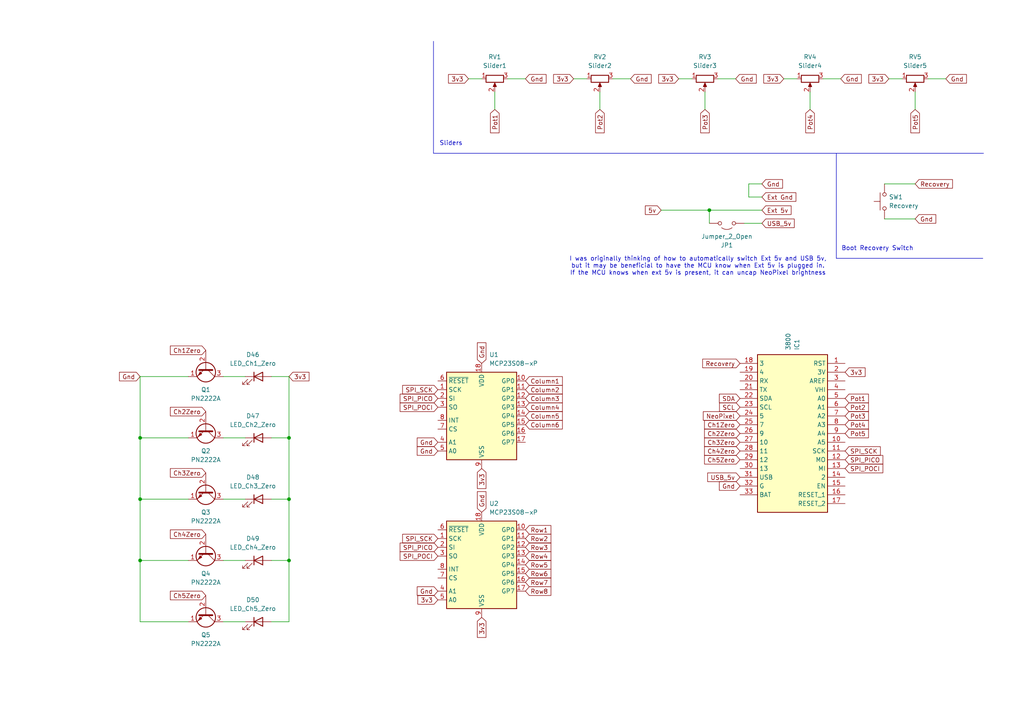
<source format=kicad_sch>
(kicad_sch (version 20231120) (generator "eeschema") (generator_version "8.0")
  (paper "A4")
  (lib_symbols
    (symbol "ControlMixer:MCP23S08-xP"
      (property "Reference" "U" (at -8.89 13.97 0))
      (property "Value" "MCP23S08-xP" (at 8.89 13.97 0))
      (symbol "MCP23S08-xP_0_1"
        (rectangle (start -10.16 12.7) (end 10.16 -12.7) (stroke (width 0.254)) (fill (type background)))
      )
      (symbol "MCP23S08-xP_1_1"
        (pin input line (at -12.7 7.62 0) (length 2.54) (name "SCK") (number "1"))
        (pin bidirectional line (at 12.7 10.16 180) (length 2.54) (name "GP0") (number "10"))
        (pin bidirectional line (at 12.7 7.62 180) (length 2.54) (name "GP1") (number "11"))
        (pin bidirectional line (at 12.7 5.08 180) (length 2.54) (name "GP2") (number "12"))
        (pin bidirectional line (at 12.7 2.54 180) (length 2.54) (name "GP3") (number "13"))
        (pin bidirectional line (at 12.7 0 180) (length 2.54) (name "GP4") (number "14"))
        (pin bidirectional line (at 12.7 -2.54 180) (length 2.54) (name "GP5") (number "15"))
        (pin bidirectional line (at 12.7 -5.08 180) (length 2.54) (name "GP6") (number "16"))
        (pin bidirectional line (at 12.7 -7.62 180) (length 2.54) (name "GP7") (number "17"))
        (pin power_in line (at 0 15.24 270) (length 2.54) (name "VDD") (number "18"))
        (pin input line (at -12.7 5.08 0) (length 2.54) (name "SI") (number "2"))
        (pin output line (at -12.7 2.54 0) (length 2.54) (name "SO") (number "3"))
        (pin input line (at -12.7 -7.62 0) (length 2.54) (name "A1") (number "4"))
        (pin input line (at -12.7 -10.16 0) (length 2.54) (name "A0") (number "5"))
        (pin input line (at -12.7 10.16 0) (length 2.54) (name "~{RESET}") (number "6"))
        (pin input line (at -12.7 -3.81 0) (length 2.54) (name "CS") (number "7"))
        (pin output line (at -12.7 -1.27 0) (length 2.54) (name "INT") (number "8"))
        (pin power_in line (at 0 -15.24 90) (length 2.54) (name "VSS") (number "9"))
      )
    )
    (symbol "Device:LED" (pin_numbers hide) (pin_names (offset 1.016) hide)
      (property "Reference" "D" (at 0 2.54 0))
      (property "Value" "LED" (at 0 -2.54 0))
      (symbol "LED_0_1"
        (polyline (pts (xy -1.27 -1.27) (xy -1.27 1.27)) (stroke (width 0.254)))
        (polyline (pts (xy -1.27 0) (xy 1.27 0)))
        (polyline (pts (xy 1.27 -1.27) (xy 1.27 1.27) (xy -1.27 0) (xy 1.27 -1.27)) (stroke (width 0.254)))
        (polyline (pts (xy -3.048 -0.762) (xy -4.572 -2.286) (xy -3.81 -2.286) (xy -4.572 -2.286) (xy -4.572 -1.524)))
        (polyline (pts (xy -1.778 -0.762) (xy -3.302 -2.286) (xy -2.54 -2.286) (xy -3.302 -2.286) (xy -3.302 -1.524)))
      )
      (symbol "LED_1_1"
        (pin passive line (at -3.81 0 0) (length 2.54) (name "K") (number "1"))
        (pin passive line (at 3.81 0 180) (length 2.54) (name "A") (number "2"))
      )
    )
    (symbol "Device:R_Potentiometer" (pin_names (offset 1.016) hide)
      (property "Reference" "RV" (at -4.445 0 90))
      (property "Value" "R_Potentiometer" (at -2.54 0 90))
      (symbol "R_Potentiometer_0_1"
        (polyline (pts (xy 2.54 0) (xy 1.524 0)))
        (polyline (pts (xy 1.143 0) (xy 2.286 0.508) (xy 2.286 -0.508) (xy 1.143 0)) (fill (type outline)))
        (rectangle (start 1.016 2.54) (end -1.016 -2.54) (stroke (width 0.254)))
      )
      (symbol "R_Potentiometer_1_1"
        (pin passive line (at 0 3.81 270) (length 1.27) (name "1") (number "1"))
        (pin passive line (at 3.81 0 180) (length 1.27) (name "2") (number "2"))
        (pin passive line (at 0 -3.81 90) (length 1.27) (name "3") (number "3"))
      )
    )
    (symbol "Jumper:Jumper_2_Open" (pin_numbers hide) (pin_names (offset 0) hide) (exclude_from_sim yes)
      (property "Reference" "JP" (at 0 2.794 0))
      (property "Value" "Jumper_2_Open" (at 0 -2.286 0))
      (symbol "Jumper_2_Open_0_0"
        (circle (center -2.032 0) (radius 0.508))
        (circle (center 2.032 0) (radius 0.508))
      )
      (symbol "Jumper_2_Open_0_1"
        (arc (start 1.524 1.27) (mid 0 1.778) (end -1.524 1.27))
      )
      (symbol "Jumper_2_Open_1_1"
        (pin passive line (at -5.08 0 0) (length 2.54) (name "A") (number "1"))
        (pin passive line (at 5.08 0 180) (length 2.54) (name "B") (number "2"))
      )
    )
    (symbol "SamacSys_Parts:3800"
      (property "Reference" "IC" (at 26.67 7.62 0))
      (property "Value" "3800" (at 26.67 5.08 0))
      (symbol "3800_1_1"
        (rectangle (start 5.08 2.54) (end 25.4 -43.18) (stroke (width 0.254)) (fill (type background)))
        (pin passive line (at 0 0 0) (length 5.08) (name "RST") (number "1"))
        (pin passive line (at 0 -22.86 0) (length 5.08) (name "A5") (number "10"))
        (pin passive line (at 0 -25.4 0) (length 5.08) (name "SCK") (number "11"))
        (pin passive line (at 0 -27.94 0) (length 5.08) (name "MO") (number "12"))
        (pin passive line (at 0 -30.48 0) (length 5.08) (name "MI") (number "13"))
        (pin passive line (at 0 -33.02 0) (length 5.08) (name "2") (number "14"))
        (pin passive line (at 0 -35.56 0) (length 5.08) (name "EN") (number "15"))
        (pin passive line (at 0 -38.1 0) (length 5.08) (name "RESET_1") (number "16"))
        (pin passive line (at 0 -40.64 0) (length 5.08) (name "RESET_2") (number "17"))
        (pin passive line (at 30.48 0 180) (length 5.08) (name "3") (number "18"))
        (pin passive line (at 30.48 -2.54 180) (length 5.08) (name "4") (number "19"))
        (pin passive line (at 0 -2.54 0) (length 5.08) (name "3V") (number "2"))
        (pin passive line (at 30.48 -5.08 180) (length 5.08) (name "RX") (number "20"))
        (pin passive line (at 30.48 -7.62 180) (length 5.08) (name "TX") (number "21"))
        (pin passive line (at 30.48 -10.16 180) (length 5.08) (name "SDA") (number "22"))
        (pin passive line (at 30.48 -12.7 180) (length 5.08) (name "SCL") (number "23"))
        (pin passive line (at 30.48 -15.24 180) (length 5.08) (name "5") (number "24"))
        (pin passive line (at 30.48 -17.78 180) (length 5.08) (name "7") (number "25"))
        (pin passive line (at 30.48 -20.32 180) (length 5.08) (name "9") (number "26"))
        (pin passive line (at 30.48 -22.86 180) (length 5.08) (name "10") (number "27"))
        (pin passive line (at 30.48 -25.4 180) (length 5.08) (name "11") (number "28"))
        (pin passive line (at 30.48 -27.94 180) (length 5.08) (name "12") (number "29"))
        (pin passive line (at 0 -5.08 0) (length 5.08) (name "AREF") (number "3"))
        (pin passive line (at 30.48 -30.48 180) (length 5.08) (name "13") (number "30"))
        (pin passive line (at 30.48 -33.02 180) (length 5.08) (name "USB") (number "31"))
        (pin passive line (at 30.48 -35.56 180) (length 5.08) (name "G") (number "32"))
        (pin passive line (at 30.48 -38.1 180) (length 5.08) (name "BAT") (number "33"))
        (pin passive line (at 0 -7.62 0) (length 5.08) (name "VHI") (number "4"))
        (pin passive line (at 0 -10.16 0) (length 5.08) (name "A0") (number "5"))
        (pin passive line (at 0 -12.7 0) (length 5.08) (name "A1") (number "6"))
        (pin passive line (at 0 -15.24 0) (length 5.08) (name "A2") (number "7"))
        (pin passive line (at 0 -17.78 0) (length 5.08) (name "A3") (number "8"))
        (pin passive line (at 0 -20.32 0) (length 5.08) (name "A4") (number "9"))
      )
    )
    (symbol "Switch:SW_Push" (pin_numbers hide) (pin_names (offset 1.016) hide)
      (property "Reference" "SW" (at 1.27 2.54 0))
      (property "Value" "SW_Push" (at 0 -1.524 0))
      (symbol "SW_Push_0_1"
        (circle (center -2.032 0) (radius 0.508))
        (polyline (pts (xy 0 1.27) (xy 0 3.048)))
        (polyline (pts (xy 2.54 1.27) (xy -2.54 1.27)))
        (circle (center 2.032 0) (radius 0.508))
        (pin passive line (at -5.08 0 0) (length 2.54) (name "1") (number "1"))
        (pin passive line (at 5.08 0 180) (length 2.54) (name "2") (number "2"))
      )
    )
    (symbol "Transistor_BJT:PN2222A" (pin_names (offset 0) hide)
      (property "Reference" "Q" (at 5.08 1.905 0))
      (property "Value" "PN2222A" (at 5.08 0 0))
      (symbol "PN2222A_0_1"
        (polyline (pts (xy 0 0) (xy 0.635 0)))
        (polyline (pts (xy 2.54 -2.54) (xy 0.635 -0.635)))
        (polyline (pts (xy 2.54 2.54) (xy 0.635 0.635)))
        (polyline (pts (xy 0.635 1.905) (xy 0.635 -1.905) (xy 0.635 -1.905)) (stroke (width 0.508)))
        (polyline (pts (xy 2.413 -2.413) (xy 1.905 -1.905) (xy 1.905 -1.905)))
        (polyline (pts (xy 1.143 -1.651) (xy 1.651 -1.143) (xy 2.159 -2.159) (xy 1.143 -1.651) (xy 1.143 -1.651)) (fill (type outline)))
        (circle (center 1.27 0) (radius 2.8194) (stroke (width 0.254)))
      )
      (symbol "PN2222A_1_1"
        (pin passive line (at 2.54 -5.08 90) (length 2.54) (name "E") (number "1"))
        (pin input line (at -5.08 0 0) (length 5.08) (name "B") (number "2"))
        (pin passive line (at 2.54 5.08 270) (length 2.54) (name "C") (number "3"))
      )
    )
  )
  (junction (at 83.82 162.56))
  (junction (at 83.82 144.78))
  (junction (at 40.64 144.78))
  (junction (at 83.82 127))
  (junction (at 40.64 127))
  (junction (at 205.74 60.96))
  (junction (at 40.64 162.56))
  (wire (pts (xy 135.89 22.86) (xy 139.7 22.86)))
  (wire (pts (xy 265.43 53.34) (xy 256.54 53.34)))
  (wire (pts (xy 234.95 26.67) (xy 234.95 31.75)))
  (wire (pts (xy 40.64 144.78) (xy 40.64 162.56)))
  (wire (pts (xy 205.74 60.96) (xy 205.74 64.77)))
  (wire (pts (xy 83.82 162.56) (xy 83.82 180.34)))
  (wire (pts (xy 217.17 57.15) (xy 220.98 57.15)))
  (wire (pts (xy 147.32 22.86) (xy 152.4 22.86)))
  (wire (pts (xy 40.64 162.56) (xy 54.61 162.56)))
  (wire (pts (xy 78.74 109.22) (xy 83.82 109.22)))
  (wire (pts (xy 40.64 127) (xy 54.61 127)))
  (polyline (pts (xy 285.2678 44.45) (xy 125.73 44.45)))
  (wire (pts (xy 83.82 180.34) (xy 78.74 180.34)))
  (wire (pts (xy 191.77 60.96) (xy 205.74 60.96)))
  (wire (pts (xy 83.82 127) (xy 83.82 144.78)))
  (wire (pts (xy 40.64 109.22) (xy 40.64 127)))
  (wire (pts (xy 40.64 180.34) (xy 54.61 180.34)))
  (wire (pts (xy 238.76 22.86) (xy 243.84 22.86)))
  (wire (pts (xy 64.77 144.78) (xy 71.12 144.78)))
  (polyline (pts (xy 242.57 74.93) (xy 285.0695 74.93)))
  (wire (pts (xy 205.74 60.96) (xy 220.98 60.96)))
  (wire (pts (xy 269.24 22.86) (xy 274.32 22.86)))
  (wire (pts (xy 40.64 144.78) (xy 54.61 144.78)))
  (wire (pts (xy 173.99 26.67) (xy 173.99 31.75)))
  (wire (pts (xy 208.28 22.86) (xy 213.36 22.86)))
  (wire (pts (xy 166.37 22.86) (xy 170.18 22.86)))
  (wire (pts (xy 83.82 144.78) (xy 83.82 162.56)))
  (wire (pts (xy 64.77 162.56) (xy 71.12 162.56)))
  (wire (pts (xy 143.51 26.67) (xy 143.51 31.75)))
  (wire (pts (xy 83.82 109.22) (xy 83.82 127)))
  (wire (pts (xy 217.17 53.34) (xy 217.17 57.15)))
  (wire (pts (xy 265.43 26.67) (xy 265.43 31.75)))
  (wire (pts (xy 64.77 109.22) (xy 71.12 109.22)))
  (wire (pts (xy 177.8 22.86) (xy 182.88 22.86)))
  (wire (pts (xy 64.77 127) (xy 71.12 127)))
  (wire (pts (xy 227.33 22.86) (xy 231.14 22.86)))
  (wire (pts (xy 220.98 53.34) (xy 217.17 53.34)))
  (wire (pts (xy 78.74 127) (xy 83.82 127)))
  (wire (pts (xy 78.74 162.56) (xy 83.82 162.56)))
  (wire (pts (xy 196.85 22.86) (xy 200.66 22.86)))
  (polyline (pts (xy 125.73 11.9737) (xy 125.73 44.45)))
  (wire (pts (xy 40.64 109.22) (xy 54.61 109.22)))
  (polyline (pts (xy 242.57 44.45) (xy 242.57 74.93)))
  (wire (pts (xy 257.81 22.86) (xy 261.62 22.86)))
  (wire (pts (xy 256.54 63.5) (xy 265.43 63.5)))
  (wire (pts (xy 204.47 26.67) (xy 204.47 31.75)))
  (wire (pts (xy 40.64 162.56) (xy 40.64 180.34)))
  (wire (pts (xy 78.74 144.78) (xy 83.82 144.78)))
  (wire (pts (xy 40.64 127) (xy 40.64 144.78)))
  (wire (pts (xy 215.9 64.77) (xy 220.98 64.77)))
  (wire (pts (xy 64.77 180.34) (xy 71.12 180.34)))
  (text "Sliders" (at 130.81 41.656 0) (effects (font (size 1.27 1.27))))
  (text "Boot Recovery Switch" (at 254.508 72.136 0) (effects (font (size 1.27 1.27))))
  (text "I was originally thinking of how to automatically switch Ext 5v and USB 5v,\nbut it may be beneficial to have the MCU know when Ext 5v is plugged in.\nIf the MCU knows when ext 5v is present, it can uncap NeoPixel brightness" (at 202.438 77.216 0) (effects (font (size 1.27 1.27))))
  (global_label "Gnd" (shape input) (at 243.84 22.86 0) (property "Intersheetrefs" "${INTERSHEET_REFS}" (effects (hide yes))))
  (global_label "SPI_POCI" (shape input) (at 127 118.11 180) (property "Intersheetrefs" "${INTERSHEET_REFS}" (effects (hide yes))))
  (global_label "Row5" (shape input) (at 152.4 163.83 0) (property "Intersheetrefs" "${INTERSHEET_REFS}" (effects (hide yes))))
  (global_label "Pot5" (shape input) (at 265.43 31.75 270) (property "Intersheetrefs" "${INTERSHEET_REFS}" (effects (hide yes))))
  (global_label "Column3" (shape input) (at 152.4 115.57 0) (property "Intersheetrefs" "${INTERSHEET_REFS}" (effects (hide yes))))
  (global_label "Ch2Zero" (shape input) (at 214.63 125.73 180) (property "Intersheetrefs" "${INTERSHEET_REFS}" (effects (hide yes))))
  (global_label "Pot3" (shape input) (at 245.11 120.65 0) (property "Intersheetrefs" "${INTERSHEET_REFS}" (effects (hide yes))))
  (global_label "SPI_SCK" (shape input) (at 127 113.03 180) (property "Intersheetrefs" "${INTERSHEET_REFS}" (effects (hide yes))))
  (global_label "Pot4" (shape input) (at 245.11 123.19 0) (property "Intersheetrefs" "${INTERSHEET_REFS}" (effects (hide yes))))
  (global_label "5v" (shape input) (at 191.77 60.96 180) (property "Intersheetrefs" "${INTERSHEET_REFS}" (effects (hide yes))))
  (global_label "NeoPixel" (shape input) (at 214.63 120.65 180) (property "Intersheetrefs" "${INTERSHEET_REFS}" (effects (hide yes))))
  (global_label "Ch2Zero" (shape input) (at 59.69 119.38 180) (property "Intersheetrefs" "${INTERSHEET_REFS}" (effects (hide yes))))
  (global_label "Gnd" (shape input) (at 127 130.81 180) (property "Intersheetrefs" "${INTERSHEET_REFS}" (effects (hide yes))))
  (global_label "SCL" (shape input) (at 214.63 118.11 180) (property "Intersheetrefs" "${INTERSHEET_REFS}" (effects (hide yes))))
  (global_label "Gnd" (shape input) (at 265.43 63.5 0) (property "Intersheetrefs" "${INTERSHEET_REFS}" (effects (hide yes))))
  (global_label "SPI_PICO" (shape input) (at 127 115.57 180) (property "Intersheetrefs" "${INTERSHEET_REFS}" (effects (hide yes))))
  (global_label "Row2" (shape input) (at 152.4 156.21 0) (property "Intersheetrefs" "${INTERSHEET_REFS}" (effects (hide yes))))
  (global_label "Pot3" (shape input) (at 204.47 31.75 270) (property "Intersheetrefs" "${INTERSHEET_REFS}" (effects (hide yes))))
  (global_label "3v3" (shape input) (at 227.33 22.86 180) (property "Intersheetrefs" "${INTERSHEET_REFS}" (effects (hide yes))))
  (global_label "Column4" (shape input) (at 152.4 118.11 0) (property "Intersheetrefs" "${INTERSHEET_REFS}" (effects (hide yes))))
  (global_label "Pot2" (shape input) (at 245.11 118.11 0) (property "Intersheetrefs" "${INTERSHEET_REFS}" (effects (hide yes))))
  (global_label "Gnd" (shape input) (at 139.7 105.41 90) (property "Intersheetrefs" "${INTERSHEET_REFS}" (effects (hide yes))))
  (global_label "Row8" (shape input) (at 152.4 171.45 0) (property "Intersheetrefs" "${INTERSHEET_REFS}" (effects (hide yes))))
  (global_label "Gnd" (shape input) (at 152.4 22.86 0) (property "Intersheetrefs" "${INTERSHEET_REFS}" (effects (hide yes))))
  (global_label "Column2" (shape input) (at 152.4 113.03 0) (property "Intersheetrefs" "${INTERSHEET_REFS}" (effects (hide yes))))
  (global_label "USB_5v" (shape input) (at 214.63 138.43 180) (property "Intersheetrefs" "${INTERSHEET_REFS}" (effects (hide yes))))
  (global_label "Gnd" (shape input) (at 40.64 109.22 180) (property "Intersheetrefs" "${INTERSHEET_REFS}" (effects (hide yes))))
  (global_label "Pot1" (shape input) (at 245.11 115.57 0) (property "Intersheetrefs" "${INTERSHEET_REFS}" (effects (hide yes))))
  (global_label "SPI_POCI" (shape input) (at 127 161.29 180) (property "Intersheetrefs" "${INTERSHEET_REFS}" (effects (hide yes))))
  (global_label "Row7" (shape input) (at 152.4 168.91 0) (property "Intersheetrefs" "${INTERSHEET_REFS}" (effects (hide yes))))
  (global_label "Pot5" (shape input) (at 245.11 125.73 0) (property "Intersheetrefs" "${INTERSHEET_REFS}" (effects (hide yes))))
  (global_label "Column1" (shape input) (at 152.4 110.49 0) (property "Intersheetrefs" "${INTERSHEET_REFS}" (effects (hide yes))))
  (global_label "Gnd" (shape input) (at 274.32 22.86 0) (property "Intersheetrefs" "${INTERSHEET_REFS}" (effects (hide yes))))
  (global_label "Ch1Zero" (shape input) (at 214.63 123.19 180) (property "Intersheetrefs" "${INTERSHEET_REFS}" (effects (hide yes))))
  (global_label "Gnd" (shape input) (at 220.98 53.34 0) (property "Intersheetrefs" "${INTERSHEET_REFS}" (effects (hide yes))))
  (global_label "SPI_SCK" (shape input) (at 127 156.21 180) (property "Intersheetrefs" "${INTERSHEET_REFS}" (effects (hide yes))))
  (global_label "Gnd" (shape input) (at 182.88 22.86 0) (property "Intersheetrefs" "${INTERSHEET_REFS}" (effects (hide yes))))
  (global_label "Ch3Zero" (shape input) (at 214.63 128.27 180) (property "Intersheetrefs" "${INTERSHEET_REFS}" (effects (hide yes))))
  (global_label "3v3" (shape input) (at 139.7 135.89 270) (property "Intersheetrefs" "${INTERSHEET_REFS}" (effects (hide yes))))
  (global_label "3v3" (shape input) (at 245.11 107.95 0) (property "Intersheetrefs" "${INTERSHEET_REFS}" (effects (hide yes))))
  (global_label "Ch4Zero" (shape input) (at 214.63 130.81 180) (property "Intersheetrefs" "${INTERSHEET_REFS}" (effects (hide yes))))
  (global_label "3v3" (shape input) (at 166.37 22.86 180) (property "Intersheetrefs" "${INTERSHEET_REFS}" (effects (hide yes))))
  (global_label "Recovery" (shape input) (at 214.63 105.41 180) (property "Intersheetrefs" "${INTERSHEET_REFS}" (effects (hide yes))))
  (global_label "Row1" (shape input) (at 152.4 153.67 0) (property "Intersheetrefs" "${INTERSHEET_REFS}" (effects (hide yes))))
  (global_label "Recovery" (shape input) (at 265.43 53.34 0) (property "Intersheetrefs" "${INTERSHEET_REFS}" (effects (hide yes))))
  (global_label "3v3" (shape input) (at 196.85 22.86 180) (property "Intersheetrefs" "${INTERSHEET_REFS}" (effects (hide yes))))
  (global_label "3v3" (shape input) (at 139.7 179.07 270) (property "Intersheetrefs" "${INTERSHEET_REFS}" (effects (hide yes))))
  (global_label "USB_5v" (shape input) (at 220.98 64.77 0) (property "Intersheetrefs" "${INTERSHEET_REFS}" (effects (hide yes))))
  (global_label "Column6" (shape input) (at 152.4 123.19 0) (property "Intersheetrefs" "${INTERSHEET_REFS}" (effects (hide yes))))
  (global_label "Ch4Zero" (shape input) (at 59.69 154.94 180) (property "Intersheetrefs" "${INTERSHEET_REFS}" (effects (hide yes))))
  (global_label "Gnd" (shape input) (at 139.7 148.59 90) (property "Intersheetrefs" "${INTERSHEET_REFS}" (effects (hide yes))))
  (global_label "Pot1" (shape input) (at 143.51 31.75 270) (property "Intersheetrefs" "${INTERSHEET_REFS}" (effects (hide yes))))
  (global_label "3v3" (shape input) (at 257.81 22.86 180) (property "Intersheetrefs" "${INTERSHEET_REFS}" (effects (hide yes))))
  (global_label "Gnd" (shape input) (at 213.36 22.86 0) (property "Intersheetrefs" "${INTERSHEET_REFS}" (effects (hide yes))))
  (global_label "SPI_POCI" (shape input) (at 245.11 135.89 0) (property "Intersheetrefs" "${INTERSHEET_REFS}" (effects (hide yes))))
  (global_label "Pot4" (shape input) (at 234.95 31.75 270) (property "Intersheetrefs" "${INTERSHEET_REFS}" (effects (hide yes))))
  (global_label "Gnd" (shape input) (at 127 128.27 180) (property "Intersheetrefs" "${INTERSHEET_REFS}" (effects (hide yes))))
  (global_label "Gnd" (shape input) (at 127 171.45 180) (property "Intersheetrefs" "${INTERSHEET_REFS}" (effects (hide yes))))
  (global_label "3v3" (shape input) (at 83.82 109.22 0) (property "Intersheetrefs" "${INTERSHEET_REFS}" (effects (hide yes))))
  (global_label "3v3" (shape input) (at 127 173.99 180) (property "Intersheetrefs" "${INTERSHEET_REFS}" (effects (hide yes))))
  (global_label "Row4" (shape input) (at 152.4 161.29 0) (property "Intersheetrefs" "${INTERSHEET_REFS}" (effects (hide yes))))
  (global_label "Row3" (shape input) (at 152.4 158.75 0) (property "Intersheetrefs" "${INTERSHEET_REFS}" (effects (hide yes))))
  (global_label "3v3" (shape input) (at 135.89 22.86 180) (property "Intersheetrefs" "${INTERSHEET_REFS}" (effects (hide yes))))
  (global_label "Gnd" (shape input) (at 214.63 140.97 180) (property "Intersheetrefs" "${INTERSHEET_REFS}" (effects (hide yes))))
  (global_label "Ext Gnd" (shape input) (at 220.98 57.15 0) (property "Intersheetrefs" "${INTERSHEET_REFS}" (effects (hide yes))))
  (global_label "SPI_PICO" (shape input) (at 127 158.75 180) (property "Intersheetrefs" "${INTERSHEET_REFS}" (effects (hide yes))))
  (global_label "Ch1Zero" (shape input) (at 59.69 101.6 180) (property "Intersheetrefs" "${INTERSHEET_REFS}" (effects (hide yes))))
  (global_label "Ch5Zero" (shape input) (at 59.69 172.72 180) (property "Intersheetrefs" "${INTERSHEET_REFS}" (effects (hide yes))))
  (global_label "Ch5Zero" (shape input) (at 214.63 133.35 180) (property "Intersheetrefs" "${INTERSHEET_REFS}" (effects (hide yes))))
  (global_label "SPI_SCK" (shape input) (at 245.11 130.81 0) (property "Intersheetrefs" "${INTERSHEET_REFS}" (effects (hide yes))))
  (global_label "Ext 5v" (shape input) (at 220.98 60.96 0) (property "Intersheetrefs" "${INTERSHEET_REFS}" (effects (hide yes))))
  (global_label "SDA" (shape input) (at 214.63 115.57 180) (property "Intersheetrefs" "${INTERSHEET_REFS}" (effects (hide yes))))
  (global_label "Column5" (shape input) (at 152.4 120.65 0) (property "Intersheetrefs" "${INTERSHEET_REFS}" (effects (hide yes))))
  (global_label "Pot2" (shape input) (at 173.99 31.75 270) (property "Intersheetrefs" "${INTERSHEET_REFS}" (effects (hide yes))))
  (global_label "Ch3Zero" (shape input) (at 59.69 137.16 180) (property "Intersheetrefs" "${INTERSHEET_REFS}" (effects (hide yes))))
  (global_label "SPI_PICO" (shape input) (at 245.11 133.35 0) (property "Intersheetrefs" "${INTERSHEET_REFS}" (effects (hide yes))))
  (global_label "Row6" (shape input) (at 152.4 166.37 0) (property "Intersheetrefs" "${INTERSHEET_REFS}" (effects (hide yes))))
  (symbol (lib_id "Transistor_BJT:PN2222A") (at 59.69 177.8 270) (unit 1)
    (property "Reference" "Q5" (at 59.69 184.15 90))
    (property "Value" "PN2222A" (at 59.69 186.69 90))
    (property "Footprint" "Package_TO_SOT_THT:TO-92_Inline" (effects (hide yes)))
    (property "Datasheet" "https://www.onsemi.com/pub/Collateral/PN2222-D.PDF" (effects (hide yes)))
    (property "Description" "1A Ic, 40V Vce, NPN Transistor, General Purpose Transistor, TO-92" (effects (hide yes)))
  )
  (symbol (lib_id "Device:LED") (at 74.93 109.22 0) (unit 1)
    (property "Reference" "D46" (at 73.3425 102.87 0))
    (property "Value" "LED_Ch1_Zero" (at 73.3425 105.41 0))
    (property "Description" "Light emitting diode" (effects (hide yes)))
  )
  (symbol (lib_id "ControlMixer:MCP23S08-xP") (at 139.7 163.83 0) (unit 1)
    (property "Reference" "U2" (at 141.8941 146.05 0) (effects (justify left)))
    (property "Value" "MCP23S08-xP" (at 141.8941 148.59 0) (effects (justify left)))
    (property "Footprint" "Package_DIP:DIP-18_W7.62mm" (effects (hide yes)))
    (property "Datasheet" "http://ww1.microchip.com/downloads/en/DeviceDoc/MCP23008-MCP23S08-Data-Sheet-20001919F.pdf" (effects (hide yes)))
    (property "Description" "8-bit I/O expander, SPI, interrupts, PDIP-18" (effects (hide yes)))
  )
  (symbol (lib_id "Transistor_BJT:PN2222A") (at 59.69 160.02 270) (unit 1)
    (property "Reference" "Q4" (at 59.69 166.37 90))
    (property "Value" "PN2222A" (at 59.69 168.91 90))
    (property "Footprint" "Package_TO_SOT_THT:TO-92_Inline" (effects (hide yes)))
    (property "Datasheet" "https://www.onsemi.com/pub/Collateral/PN2222-D.PDF" (effects (hide yes)))
    (property "Description" "1A Ic, 40V Vce, NPN Transistor, General Purpose Transistor, TO-92" (effects (hide yes)))
  )
  (symbol (lib_id "Device:LED") (at 74.93 127 0) (unit 1)
    (property "Reference" "D47" (at 73.3425 120.65 0))
    (property "Value" "LED_Ch2_Zero" (at 73.3425 123.19 0))
    (property "Description" "Light emitting diode" (effects (hide yes)))
  )
  (symbol (lib_id "Device:LED") (at 74.93 144.78 0) (unit 1)
    (property "Reference" "D48" (at 73.3425 138.43 0))
    (property "Value" "LED_Ch3_Zero" (at 73.3425 140.97 0))
    (property "Description" "Light emitting diode" (effects (hide yes)))
  )
  (symbol (lib_id "Device:R_Potentiometer") (at 265.43 22.86 90) (mirror x) (unit 1)
    (property "Reference" "RV5" (at 265.43 16.51 90))
    (property "Value" "Slider5" (at 265.43 19.05 90))
    (property "Description" "Potentiometer" (effects (hide yes)))
  )
  (symbol (lib_id "Device:LED") (at 74.93 180.34 0) (unit 1)
    (property "Reference" "D50" (at 73.3425 173.99 0))
    (property "Value" "LED_Ch5_Zero" (at 73.3425 176.53 0))
    (property "Description" "Light emitting diode" (effects (hide yes)))
  )
  (symbol (lib_id "Transistor_BJT:PN2222A") (at 59.69 142.24 270) (unit 1)
    (property "Reference" "Q3" (at 59.69 148.59 90))
    (property "Value" "PN2222A" (at 59.69 151.13 90))
    (property "Footprint" "Package_TO_SOT_THT:TO-92_Inline" (effects (hide yes)))
    (property "Datasheet" "https://www.onsemi.com/pub/Collateral/PN2222-D.PDF" (effects (hide yes)))
    (property "Description" "1A Ic, 40V Vce, NPN Transistor, General Purpose Transistor, TO-92" (effects (hide yes)))
  )
  (symbol (lib_id "SamacSys_Parts:3800") (at 245.11 105.41 0) (mirror y) (unit 1)
    (property "Reference" "IC1" (at 231.1401 101.6 90) (effects (justify left)))
    (property "Value" "3800" (at 228.6001 101.6 90) (effects (justify left)))
    (property "Footprint" "3800" (effects (hide yes)))
    (property "Datasheet" "https://cdn-learn.adafruit.com/downloads/pdf/introducing-adafruit-itsybitsy-m4.pdf" (effects (hide yes)))
    (property "Description" "Development Boards & Kits - ARM Adafruit ItsyBitsy M4 Express featuring ATSAMD51" (effects (hide yes)))
    (property "Height" "4.2" (effects (hide yes)))
    (property "Manufacturer_Name" "Adafruit" (effects (hide yes)))
    (property "Manufacturer_Part_Number" "3800" (effects (hide yes)))
    (property "Mouser Part Number" "485-3800" (effects (hide yes)))
    (property "Mouser Price/Stock" "https://www.mouser.co.uk/ProductDetail/Adafruit/3800?qs=%252BEew9%252B0nqrDEEFcTIFoyAg%3D%3D" (effects (hide yes)))
    (property "Arrow Part Number" "3800" (effects (hide yes)))
    (property "Arrow Price/Stock" "https://www.arrow.com/en/products/3800/adafruit-industries" (effects (hide yes)))
  )
  (symbol (lib_id "Switch:SW_Push") (at 256.54 58.42 90) (unit 1)
    (property "Reference" "SW1" (at 257.81 57.1499 90) (effects (justify right)))
    (property "Value" "Recovery" (at 257.81 59.6899 90) (effects (justify right)))
    (property "Description" "Push button switch, generic, two pins" (effects (hide yes)))
  )
  (symbol (lib_id "ControlMixer:MCP23S08-xP") (at 139.7 120.65 0) (unit 1)
    (property "Reference" "U1" (at 141.8941 102.87 0) (effects (justify left)))
    (property "Value" "MCP23S08-xP" (at 141.8941 105.41 0) (effects (justify left)))
    (property "Footprint" "Package_DIP:DIP-18_W7.62mm" (effects (hide yes)))
    (property "Datasheet" "http://ww1.microchip.com/downloads/en/DeviceDoc/MCP23008-MCP23S08-Data-Sheet-20001919F.pdf" (effects (hide yes)))
    (property "Description" "8-bit I/O expander, SPI, interrupts, PDIP-18" (effects (hide yes)))
  )
  (symbol (lib_id "Jumper:Jumper_2_Open") (at 210.82 64.77 0) (mirror x) (unit 1) (exclude_from_sim yes)
    (property "Reference" "JP1" (at 210.82 71.12 0))
    (property "Value" "Jumper_2_Open" (at 210.82 68.58 0))
    (property "Description" "Jumper, 2-pole, open" (effects (hide yes)))
  )
  (symbol (lib_id "Device:LED") (at 74.93 162.56 0) (unit 1)
    (property "Reference" "D49" (at 73.3425 156.21 0))
    (property "Value" "LED_Ch4_Zero" (at 73.3425 158.75 0))
    (property "Description" "Light emitting diode" (effects (hide yes)))
  )
  (symbol (lib_id "Device:R_Potentiometer") (at 204.47 22.86 90) (mirror x) (unit 1)
    (property "Reference" "RV3" (at 204.47 16.51 90))
    (property "Value" "Slider3" (at 204.47 19.05 90))
    (property "Description" "Potentiometer" (effects (hide yes)))
  )
  (symbol (lib_id "Device:R_Potentiometer") (at 143.51 22.86 90) (mirror x) (unit 1)
    (property "Reference" "RV1" (at 143.51 16.51 90))
    (property "Value" "Slider1" (at 143.51 19.05 90))
    (property "Description" "Potentiometer" (effects (hide yes)))
  )
  (symbol (lib_id "Device:R_Potentiometer") (at 234.95 22.86 90) (mirror x) (unit 1)
    (property "Reference" "RV4" (at 234.95 16.51 90))
    (property "Value" "Slider4" (at 234.95 19.05 90))
    (property "Description" "Potentiometer" (effects (hide yes)))
  )
  (symbol (lib_id "Transistor_BJT:PN2222A") (at 59.69 124.46 270) (unit 1)
    (property "Reference" "Q2" (at 59.69 130.81 90))
    (property "Value" "PN2222A" (at 59.69 133.35 90))
    (property "Footprint" "Package_TO_SOT_THT:TO-92_Inline" (effects (hide yes)))
    (property "Datasheet" "https://www.onsemi.com/pub/Collateral/PN2222-D.PDF" (effects (hide yes)))
    (property "Description" "1A Ic, 40V Vce, NPN Transistor, General Purpose Transistor, TO-92" (effects (hide yes)))
  )
  (symbol (lib_id "Device:R_Potentiometer") (at 173.99 22.86 90) (mirror x) (unit 1)
    (property "Reference" "RV2" (at 173.99 16.51 90))
    (property "Value" "Slider2" (at 173.99 19.05 90))
    (property "Description" "Potentiometer" (effects (hide yes)))
  )
  (symbol (lib_id "Transistor_BJT:PN2222A") (at 59.69 106.68 270) (unit 1)
    (property "Reference" "Q1" (at 59.69 113.03 90))
    (property "Value" "PN2222A" (at 59.69 115.57 90))
    (property "Footprint" "Package_TO_SOT_THT:TO-92_Inline" (effects (hide yes)))
    (property "Datasheet" "https://www.onsemi.com/pub/Collateral/PN2222-D.PDF" (effects (hide yes)))
    (property "Description" "1A Ic, 40V Vce, NPN Transistor, General Purpose Transistor, TO-92" (effects (hide yes)))
  )
  (sheet (at 304.8 152.4) (size 44.45 24.13) (stroke (width 0.1524))
    (property "Sheetname" "Key Matrix" (at 304.8 151.6884 0) (effects (justify left bottom)))
    (property "Sheetfile" "KeyMatrix.kicad_sch" (at 304.8 177.1146 0) (effects (justify left top)))
  )
  (sheet (at 307.34 99.06) (size 15.24 20.32) (stroke (width 0.1524))
    (property "Sheetname" "LED Matrix" (at 307.34 98.3484 0) (effects (justify left bottom)))
    (property "Sheetfile" "LEDMatrix.kicad_sch" (at 307.34 119.9646 0) (effects (justify left top)))
  )
)
</source>
